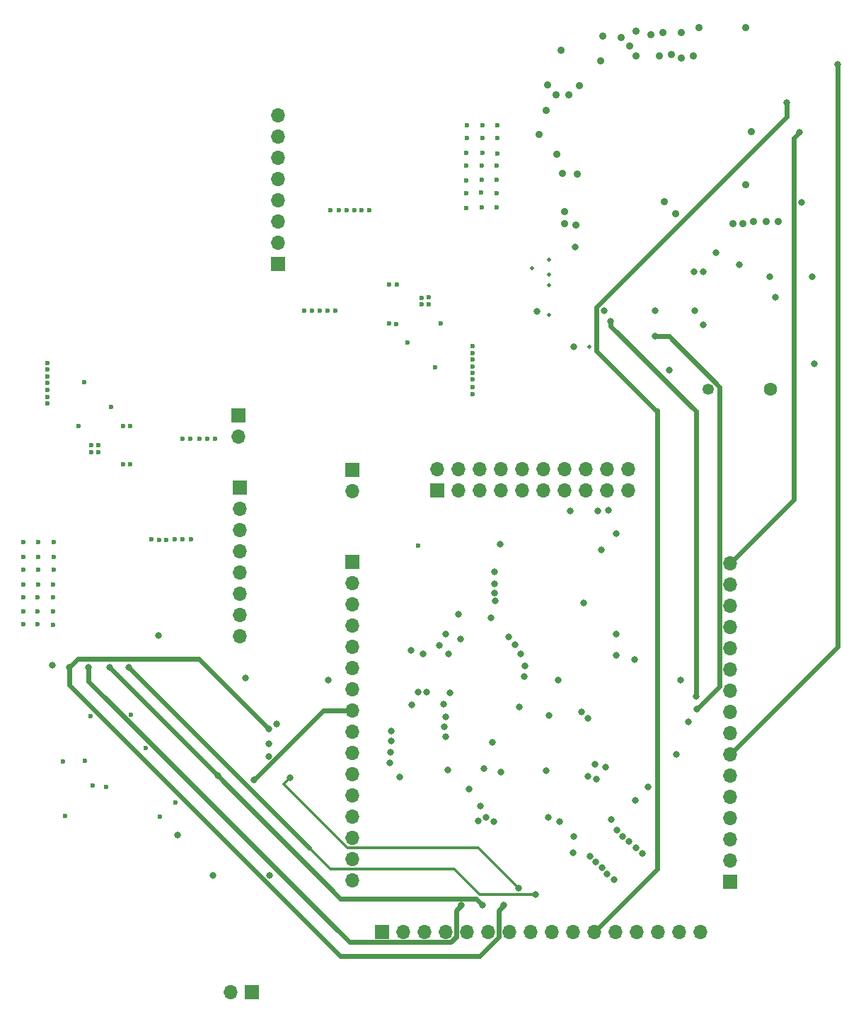
<source format=gbr>
G04 #@! TF.GenerationSoftware,KiCad,Pcbnew,5.0.2-bee76a0~70~ubuntu18.04.1*
G04 #@! TF.CreationDate,2019-04-16T21:06:36-07:00*
G04 #@! TF.ProjectId,habiv-board,68616269-762d-4626-9f61-72642e6b6963,rev?*
G04 #@! TF.SameCoordinates,Original*
G04 #@! TF.FileFunction,Copper,L3,Inr*
G04 #@! TF.FilePolarity,Positive*
%FSLAX46Y46*%
G04 Gerber Fmt 4.6, Leading zero omitted, Abs format (unit mm)*
G04 Created by KiCad (PCBNEW 5.0.2-bee76a0~70~ubuntu18.04.1) date Tue 16 Apr 2019 09:06:36 PM PDT*
%MOMM*%
%LPD*%
G01*
G04 APERTURE LIST*
G04 #@! TA.AperFunction,ViaPad*
%ADD10R,1.700000X1.700000*%
G04 #@! TD*
G04 #@! TA.AperFunction,ViaPad*
%ADD11O,1.700000X1.700000*%
G04 #@! TD*
G04 #@! TA.AperFunction,WasherPad*
%ADD12C,1.600000*%
G04 #@! TD*
G04 #@! TA.AperFunction,WasherPad*
%ADD13C,1.350000*%
G04 #@! TD*
G04 #@! TA.AperFunction,ViaPad*
%ADD14C,0.800000*%
G04 #@! TD*
G04 #@! TA.AperFunction,ViaPad*
%ADD15C,0.600000*%
G04 #@! TD*
G04 #@! TA.AperFunction,ViaPad*
%ADD16C,0.906400*%
G04 #@! TD*
G04 #@! TA.AperFunction,ViaPad*
%ADD17C,0.500000*%
G04 #@! TD*
G04 #@! TA.AperFunction,Conductor*
%ADD18C,0.600000*%
G04 #@! TD*
G04 #@! TA.AperFunction,Conductor*
%ADD19C,0.300000*%
G04 #@! TD*
G04 APERTURE END LIST*
D10*
G04 #@! TO.N,Net-(J2-Pad1)*
G04 #@! TO.C,J2*
X132418247Y-65931568D03*
D11*
X132418247Y-63391568D03*
G04 #@! TO.N,PB4*
X134958247Y-65931568D03*
G04 #@! TO.N,GND*
X134958247Y-63391568D03*
G04 #@! TO.N,PA15*
X137498247Y-65931568D03*
G04 #@! TO.N,GND*
X137498247Y-63391568D03*
G04 #@! TO.N,PA13*
X140038247Y-65931568D03*
G04 #@! TO.N,GND*
X140038247Y-63391568D03*
G04 #@! TO.N,PA14*
X142578247Y-65931568D03*
G04 #@! TO.N,GND*
X142578247Y-63391568D03*
G04 #@! TO.N,Net-(10k2-Pad2)*
X145118247Y-65931568D03*
G04 #@! TO.N,GND*
X145118247Y-63391568D03*
G04 #@! TO.N,PB3*
X147658247Y-65931568D03*
G04 #@! TO.N,GND*
X147658247Y-63391568D03*
G04 #@! TO.N,RST*
X150198247Y-65931568D03*
G04 #@! TO.N,GND*
X150198247Y-63391568D03*
G04 #@! TO.N,Net-(10k4-Pad2)*
X152738247Y-65931568D03*
G04 #@! TO.N,GND*
X152738247Y-63391568D03*
G04 #@! TO.N,Net-(10k3-Pad2)*
X155278247Y-65931568D03*
G04 #@! TO.N,GND*
X155278247Y-63391568D03*
G04 #@! TD*
D10*
G04 #@! TO.N,PA0*
G04 #@! TO.C,J4*
X125829487Y-118758488D03*
D11*
G04 #@! TO.N,PA1*
X128369487Y-118758488D03*
G04 #@! TO.N,PA2*
X130909487Y-118758488D03*
G04 #@! TO.N,PA3*
X133449487Y-118758488D03*
G04 #@! TO.N,PA4*
X135989487Y-118758488D03*
G04 #@! TO.N,PA5*
X138529487Y-118758488D03*
G04 #@! TO.N,PA6*
X141069487Y-118758488D03*
G04 #@! TO.N,PA7*
X143609487Y-118758488D03*
G04 #@! TO.N,PA8*
X146149487Y-118758488D03*
G04 #@! TO.N,PA9*
X148689487Y-118758488D03*
G04 #@! TO.N,PA10*
X151229487Y-118758488D03*
G04 #@! TO.N,PA11*
X153769487Y-118758488D03*
G04 #@! TO.N,PA12*
X156309487Y-118758488D03*
G04 #@! TO.N,PA13*
X158849487Y-118758488D03*
G04 #@! TO.N,PA14*
X161389487Y-118758488D03*
G04 #@! TO.N,PA15*
X163929487Y-118758488D03*
G04 #@! TD*
G04 #@! TO.N,+3V3*
G04 #@! TO.C,J5*
X122293807Y-66033168D03*
D10*
G04 #@! TO.N,GND*
X122293807Y-63493168D03*
G04 #@! TD*
G04 #@! TO.N,PB0*
G04 #@! TO.C,J6*
X167500727Y-112774248D03*
D11*
G04 #@! TO.N,PB1*
X167500727Y-110234248D03*
G04 #@! TO.N,PB2*
X167500727Y-107694248D03*
G04 #@! TO.N,PB3*
X167500727Y-105154248D03*
G04 #@! TO.N,PB4*
X167500727Y-102614248D03*
G04 #@! TO.N,PB5*
X167500727Y-100074248D03*
G04 #@! TO.N,PB6*
X167500727Y-97534248D03*
G04 #@! TO.N,PB7*
X167500727Y-94994248D03*
G04 #@! TO.N,PB8*
X167500727Y-92454248D03*
G04 #@! TO.N,PB9*
X167500727Y-89914248D03*
G04 #@! TO.N,PB10*
X167500727Y-87374248D03*
G04 #@! TO.N,PB11*
X167500727Y-84834248D03*
G04 #@! TO.N,PB12*
X167500727Y-82294248D03*
G04 #@! TO.N,PB13*
X167500727Y-79754248D03*
G04 #@! TO.N,PB14*
X167500727Y-77214248D03*
G04 #@! TO.N,PB15*
X167500727Y-74674248D03*
G04 #@! TD*
G04 #@! TO.N,PD2*
G04 #@! TO.C,J7*
X122278567Y-112581208D03*
G04 #@! TO.N,N/C*
X122278567Y-110041208D03*
G04 #@! TO.N,PC13*
X122278567Y-107501208D03*
G04 #@! TO.N,PC12*
X122278567Y-104961208D03*
G04 #@! TO.N,PC11*
X122278567Y-102421208D03*
G04 #@! TO.N,PC10*
X122278567Y-99881208D03*
G04 #@! TO.N,PC9*
X122278567Y-97341208D03*
G04 #@! TO.N,PC8*
X122278567Y-94801208D03*
G04 #@! TO.N,PC7*
X122278567Y-92261208D03*
G04 #@! TO.N,PC6*
X122278567Y-89721208D03*
G04 #@! TO.N,PC5*
X122278567Y-87181208D03*
G04 #@! TO.N,PC4*
X122278567Y-84641208D03*
G04 #@! TO.N,PC3*
X122278567Y-82101208D03*
G04 #@! TO.N,PC2*
X122278567Y-79561208D03*
G04 #@! TO.N,PC1*
X122278567Y-77021208D03*
D10*
G04 #@! TO.N,PC0*
X122278567Y-74481208D03*
G04 #@! TD*
G04 #@! TO.N,Net-(C8-Pad1)*
G04 #@! TO.C,J9*
X108634550Y-56984249D03*
D11*
G04 #@! TO.N,GND*
X108634550Y-59524249D03*
G04 #@! TD*
D10*
G04 #@! TO.N,Net-(J3-Pad1)*
G04 #@! TO.C,J3*
X110226000Y-126024000D03*
D11*
G04 #@! TO.N,Net-(J3-Pad2)*
X107686000Y-126024000D03*
G04 #@! TD*
D12*
G04 #@! TO.N,*
G04 #@! TO.C,B2*
X172336000Y-53812000D03*
D13*
X164886000Y-53812000D03*
G04 #@! TD*
D10*
G04 #@! TO.N,GND*
G04 #@! TO.C,J8*
X113396250Y-38872489D03*
D11*
X113396250Y-36332489D03*
X113396250Y-33792489D03*
X113396250Y-31252489D03*
G04 #@! TO.N,+3V3*
X113396250Y-28712489D03*
X113396250Y-26172489D03*
X113396250Y-23632489D03*
X113396250Y-21092489D03*
G04 #@! TD*
G04 #@! TO.N,+5V*
G04 #@! TO.C,J10*
X108846250Y-83382489D03*
X108846250Y-80842489D03*
X108846250Y-78302489D03*
X108846250Y-75762489D03*
G04 #@! TO.N,GND*
X108846250Y-73222489D03*
X108846250Y-70682489D03*
X108846250Y-68142489D03*
D10*
X108846250Y-65602489D03*
G04 #@! TD*
D14*
G04 #@! TO.N,*
X153841753Y-71148448D03*
X148316767Y-68373448D03*
G04 #@! TO.N,+3V3*
X86360000Y-86868000D03*
X101346000Y-107188000D03*
X109474000Y-88392000D03*
X136270577Y-101660025D03*
X161541767Y-88648448D03*
X145688167Y-105073448D03*
X135241767Y-83723448D03*
X130721231Y-85473361D03*
X133816767Y-85473361D03*
X148776771Y-107394528D03*
X162476767Y-93598448D03*
X153836767Y-85658448D03*
X153276767Y-105308448D03*
D15*
X130136767Y-72558448D03*
X132170190Y-51213369D03*
D14*
X119380000Y-88646000D03*
G04 #@! TO.N,GND*
X176022000Y-31496000D03*
X177546000Y-50800000D03*
X177292000Y-40386000D03*
X148944000Y-36868000D03*
X148794000Y-48768000D03*
X144394000Y-44518000D03*
D16*
X163761600Y-10616900D03*
X163040000Y-14002000D03*
X169349600Y-29412900D03*
X171840000Y-33802000D03*
X160967600Y-32841900D03*
X169040000Y-34002000D03*
X147640000Y-34002000D03*
X149040000Y-34202000D03*
X159040000Y-14002000D03*
X156240000Y-11002000D03*
X170240000Y-33802000D03*
X159440000Y-11202000D03*
X154440000Y-11802000D03*
X147640000Y-32602000D03*
X173240000Y-33802000D03*
X161640000Y-11202000D03*
X155440000Y-12802000D03*
X148140600Y-18617900D03*
X149410600Y-17538400D03*
X145600600Y-17474900D03*
X149156600Y-28142900D03*
X146743600Y-25729900D03*
X147378600Y-28015900D03*
X145473600Y-20522900D03*
X144584600Y-23380400D03*
X146616600Y-18617900D03*
X147251600Y-13283900D03*
X151950600Y-14553900D03*
X158040000Y-11402000D03*
X152240000Y-11602000D03*
X167840000Y-34002000D03*
D14*
X147116767Y-105548448D03*
X153841767Y-83148448D03*
X149991767Y-79423448D03*
X139291767Y-75648434D03*
X134966781Y-80748448D03*
X132658443Y-84483577D03*
X133466769Y-83148448D03*
X129316768Y-85048448D03*
X145816765Y-92848448D03*
X140016767Y-99648448D03*
X138016767Y-99248448D03*
X142262661Y-91877554D03*
X139016618Y-96073618D03*
X129391767Y-91623448D03*
X148656767Y-109298448D03*
X145427946Y-99486315D03*
X156036767Y-86208448D03*
X127906767Y-100248448D03*
D15*
X105843090Y-59798569D03*
X104933770Y-59813809D03*
X103943170Y-59798569D03*
X102886530Y-59798569D03*
X101926410Y-59798569D03*
X102947490Y-71822929D03*
X101931490Y-71822929D03*
X100981530Y-71833089D03*
X100036650Y-71843249D03*
X99127330Y-71843249D03*
X98223090Y-71833089D03*
X82876410Y-81993089D03*
X84578210Y-81993089D03*
X86478130Y-82008329D03*
X86462890Y-80453849D03*
X84593450Y-80453849D03*
X82861170Y-80453849D03*
X82876410Y-78716489D03*
X84623930Y-78736809D03*
X86478130Y-78701249D03*
X86493370Y-77207729D03*
X84669650Y-77222969D03*
X82891650Y-77207729D03*
X82911970Y-75399249D03*
X84669650Y-75419569D03*
X86523850Y-75419569D03*
X86523850Y-73920969D03*
X84684890Y-73905729D03*
X82927210Y-73905729D03*
X82911970Y-72117569D03*
X84669650Y-72117569D03*
X86523850Y-72132809D03*
X91852770Y-60504689D03*
X91019650Y-60494529D03*
X91009490Y-61373369D03*
X91852770Y-61388609D03*
X85807570Y-55561849D03*
X85782170Y-54754129D03*
X85772010Y-53900689D03*
X85772010Y-53098049D03*
X85761850Y-52295409D03*
X85761850Y-51513089D03*
X85761850Y-50674889D03*
X119640370Y-32447849D03*
X120691930Y-32442769D03*
X121611410Y-32437689D03*
X122546130Y-32437689D03*
X123343690Y-32432609D03*
X124263170Y-32463089D03*
X116506010Y-44436649D03*
X117420410Y-44416329D03*
X118350050Y-44441729D03*
X119330490Y-44441729D03*
X120275370Y-44441729D03*
X139604770Y-22277689D03*
X137867410Y-22257369D03*
X135987810Y-22257369D03*
X135967490Y-23811849D03*
X137806450Y-23811849D03*
X139584450Y-23811849D03*
X139584450Y-25610169D03*
X137826770Y-25589849D03*
X135926850Y-25589849D03*
X135886210Y-27057969D03*
X137765810Y-27057969D03*
X139543810Y-27078289D03*
X139543810Y-28815649D03*
X137765810Y-28795329D03*
X135865890Y-28856289D03*
X135865890Y-30370129D03*
X137704850Y-30329489D03*
X139564130Y-30370129D03*
X139564130Y-32087169D03*
X137745490Y-32127809D03*
X135865890Y-32148129D03*
X136658370Y-48708929D03*
X136668530Y-49521729D03*
X136658370Y-50298969D03*
X136658370Y-51096529D03*
X136668530Y-51914409D03*
X136668530Y-52701809D03*
X136658370Y-53565409D03*
X136658370Y-54454409D03*
X131420890Y-43720369D03*
X131420890Y-42866929D03*
X130608090Y-42887249D03*
X130608090Y-43720369D03*
D14*
X172212000Y-40386000D03*
X99060000Y-83312000D03*
G04 #@! TO.N,PA5*
X90678000Y-87122000D03*
X133416791Y-93073448D03*
X135340999Y-115570000D03*
X113196020Y-93874091D03*
G04 #@! TO.N,PA7*
X112268000Y-94488000D03*
X88392000Y-87122000D03*
X133445802Y-95395939D03*
X140420999Y-115570000D03*
G04 #@! TO.N,PA6*
X112268000Y-96266000D03*
X93218000Y-87122000D03*
X133316767Y-94248448D03*
X137880999Y-115570000D03*
X106172000Y-100076000D03*
G04 #@! TO.N,PA8*
X112268000Y-97790000D03*
X142188167Y-113538000D03*
X114808000Y-100330000D03*
D16*
G04 #@! TO.N,3.3V*
X169349600Y-10616900D03*
X156240000Y-14002000D03*
X161640000Y-14202000D03*
G04 #@! TO.N,/1PPS*
X160440000Y-13802000D03*
G04 #@! TO.N,/FIX*
X170040000Y-23002000D03*
X159640000Y-31402000D03*
D14*
G04 #@! TO.N,Net-(C1-Pad1)*
X164256000Y-46142000D03*
X164256000Y-39792000D03*
G04 #@! TO.N,VCC*
X168556000Y-38976990D03*
X165806000Y-37542000D03*
G04 #@! TO.N,Net-(B2-Pad2)*
X160186000Y-51562000D03*
X172906000Y-42837000D03*
G04 #@! TO.N,Net-(IC1-Pad8)*
X163206000Y-39792000D03*
X163256000Y-44442000D03*
G04 #@! TO.N,PB9*
X153162000Y-45720000D03*
X163376767Y-90598446D03*
X149708807Y-92486758D03*
G04 #@! TO.N,PB8*
X158496000Y-47498000D03*
X152400000Y-44450000D03*
X158496000Y-44450000D03*
X163496767Y-92128448D03*
X150436767Y-93238448D03*
G04 #@! TO.N,RST*
X142852917Y-88198448D03*
G04 #@! TO.N,PB4*
X152091788Y-73084937D03*
X157650591Y-101430608D03*
G04 #@! TO.N,PB3*
X151641777Y-68408207D03*
X156136767Y-103028448D03*
G04 #@! TO.N,PA1*
X130116767Y-90123448D03*
G04 #@! TO.N,PA2*
X131141767Y-90073448D03*
G04 #@! TO.N,PA3*
X133966610Y-90148616D03*
G04 #@! TO.N,PA4*
X133191588Y-91500330D03*
G04 #@! TO.N,PA9*
X95504000Y-87122000D03*
X144230999Y-114300000D03*
G04 #@! TO.N,PA10*
X174244000Y-19558000D03*
G04 #@! TO.N,PB0*
X126891757Y-94723444D03*
G04 #@! TO.N,PB1*
X126891757Y-95899894D03*
G04 #@! TO.N,PB2*
X126866744Y-97273471D03*
G04 #@! TO.N,PB6*
X180340000Y-14986000D03*
X161036000Y-97534248D03*
G04 #@! TO.N,PB10*
X126791767Y-98548448D03*
G04 #@! TO.N,PB12*
X137581900Y-103728700D03*
X152791278Y-111850349D03*
X156186767Y-108718448D03*
G04 #@! TO.N,PB13*
X137367989Y-105469454D03*
X152145954Y-111086425D03*
X155406767Y-107978448D03*
G04 #@! TO.N,PB14*
X138290846Y-105084281D03*
X151431191Y-110387041D03*
X154640417Y-107336006D03*
G04 #@! TO.N,PB15*
X175768000Y-23114000D03*
X139166769Y-105573448D03*
X150698056Y-109706940D03*
X153971560Y-106592599D03*
G04 #@! TO.N,PC0*
X139291767Y-77148432D03*
X142891767Y-86948448D03*
G04 #@! TO.N,PC1*
X139303320Y-78199176D03*
X142416767Y-85548448D03*
G04 #@! TO.N,PC2*
X139341767Y-79198448D03*
X141741767Y-84448448D03*
G04 #@! TO.N,PC3*
X138841767Y-81173448D03*
X140966767Y-83473448D03*
G04 #@! TO.N,PC7*
X110490000Y-100584000D03*
G04 #@! TO.N,PC10*
X150486209Y-100182571D03*
G04 #@! TO.N,PC11*
X151438806Y-100486844D03*
G04 #@! TO.N,PC12*
X151316767Y-98708448D03*
G04 #@! TO.N,PC13*
X146891767Y-88623448D03*
G04 #@! TO.N,PD2*
X152556706Y-99060574D03*
G04 #@! TO.N,PB11*
X133703471Y-99368146D03*
X153556766Y-112548448D03*
X156976767Y-109368448D03*
G04 #@! TO.N,Net-(10k4-Pad2)*
X152908000Y-68326000D03*
X139954000Y-72390000D03*
D15*
G04 #@! TO.N,Net-(C8-Pad1)*
X128908830Y-48241569D03*
X132835670Y-46001289D03*
X93409790Y-55998729D03*
X89482950Y-58239009D03*
G04 #@! TO.N,Net-(C13-Pad1)*
X126650770Y-41299749D03*
X126650770Y-45991129D03*
X127565170Y-41337849D03*
X127542310Y-46047009D03*
G04 #@! TO.N,Net-(C14-Pad1)*
X94819490Y-62856729D03*
X95665310Y-62844029D03*
X95665310Y-58249169D03*
X94816950Y-58239009D03*
G04 #@! TO.N,+5V*
X90153510Y-52991369D03*
G04 #@! TO.N,Net-(J1-Pad2)*
X95736000Y-92812000D03*
X101136000Y-103312000D03*
X87886000Y-104912000D03*
X99236000Y-104962000D03*
G04 #@! TO.N,Net-(J1-Pad4)*
X90286000Y-98312000D03*
X87636000Y-98362000D03*
G04 #@! TO.N,Net-(J1-Pad5)*
X91236000Y-101262000D03*
X90936000Y-92962000D03*
G04 #@! TO.N,Net-(J1-Pad7)*
X97536000Y-96812000D03*
X92836000Y-101462000D03*
D14*
G04 #@! TO.N,Net-(R19-Pad2)*
X105596000Y-111974000D03*
X112346000Y-112024000D03*
D17*
G04 #@! TO.N,Net-(C12-Pad1)*
X145796000Y-41402000D03*
X145796000Y-44958000D03*
G04 #@! TO.N,Net-(C19-Pad2)*
X145796000Y-38354000D03*
X145796000Y-40132000D03*
G04 #@! TO.N,Net-(R33-Pad1)*
X143764000Y-39370000D03*
X150622000Y-48768000D03*
G04 #@! TD*
D18*
G04 #@! TO.N,PA5*
X90678000Y-87687685D02*
X90678000Y-87122000D01*
X90678000Y-88790002D02*
X90678000Y-87687685D01*
X121896487Y-120008489D02*
X90678000Y-88790002D01*
X134049488Y-120008489D02*
X121896487Y-120008489D01*
X134699488Y-119358489D02*
X134049488Y-120008489D01*
X134699488Y-116211511D02*
X134699488Y-119358489D01*
X135340999Y-115570000D02*
X134699488Y-116211511D01*
G04 #@! TO.N,PA7*
X139779488Y-119358489D02*
X137471977Y-121666000D01*
X140420999Y-115570000D02*
X139779488Y-116211511D01*
X139779488Y-116211511D02*
X139779488Y-119358489D01*
X88392000Y-87687685D02*
X88392000Y-87122000D01*
X88392000Y-89254002D02*
X88392000Y-87687685D01*
X120803998Y-121666000D02*
X88392000Y-89254002D01*
X137471977Y-121666000D02*
X120803998Y-121666000D01*
X88791999Y-86722001D02*
X88392000Y-87122000D01*
X103901999Y-86121999D02*
X89392001Y-86121999D01*
X89392001Y-86121999D02*
X88791999Y-86722001D01*
X112268000Y-94488000D02*
X103901999Y-86121999D01*
G04 #@! TO.N,PA6*
X120865999Y-114769999D02*
X106172000Y-100076000D01*
X137080998Y-114769999D02*
X120865999Y-114769999D01*
X93617999Y-87521999D02*
X93218000Y-87122000D01*
X137880999Y-115570000D02*
X137080998Y-114769999D01*
X106172000Y-100076000D02*
X93617999Y-87521999D01*
D19*
G04 #@! TO.N,PA8*
X114046000Y-101092000D02*
X114808000Y-100330000D01*
X121655209Y-108701209D02*
X114046000Y-101092000D01*
X142188167Y-113538000D02*
X137351376Y-108701209D01*
X137351376Y-108701209D02*
X121655209Y-108701209D01*
D18*
G04 #@! TO.N,PB9*
X163376767Y-90032761D02*
X163376767Y-90598446D01*
X163376767Y-56500452D02*
X163376767Y-90032761D01*
X153162000Y-46285685D02*
X163376767Y-56500452D01*
X153162000Y-45720000D02*
X153162000Y-46285685D01*
G04 #@! TO.N,PB8*
X160163002Y-47498000D02*
X159061685Y-47498000D01*
X166250726Y-53585724D02*
X160163002Y-47498000D01*
X166250726Y-89374489D02*
X166250726Y-53585724D01*
X159061685Y-47498000D02*
X158496000Y-47498000D01*
X163496767Y-92128448D02*
X166250726Y-89374489D01*
G04 #@! TO.N,PA9*
X95903999Y-87521999D02*
X95504000Y-87122000D01*
X117133209Y-108751209D02*
X108966000Y-100584000D01*
X108966000Y-100584000D02*
X95903999Y-87521999D01*
D19*
X134471460Y-111241209D02*
X119623209Y-111241209D01*
X144230999Y-114300000D02*
X137530251Y-114300000D01*
X137530251Y-114300000D02*
X134471460Y-111241209D01*
X119623209Y-111241209D02*
X117133209Y-108751209D01*
D18*
G04 #@! TO.N,PA10*
X152079486Y-117908489D02*
X151229487Y-118758488D01*
X158750000Y-111237975D02*
X152079486Y-117908489D01*
X174244000Y-21273998D02*
X174244000Y-19558000D01*
X158750000Y-56388000D02*
X158750000Y-111237975D01*
X158750000Y-56388000D02*
X158632000Y-56388000D01*
X158632000Y-56388000D02*
X151499999Y-49255999D01*
X151499999Y-49255999D02*
X151499999Y-44017999D01*
X151499999Y-44017999D02*
X174244000Y-21273998D01*
G04 #@! TO.N,PB6*
X180340000Y-84694975D02*
X180340000Y-14986000D01*
X167500727Y-97534248D02*
X180340000Y-84694975D01*
G04 #@! TO.N,PB15*
X168350726Y-73824249D02*
X167500727Y-74674248D01*
X175121999Y-67052976D02*
X168350726Y-73824249D01*
X175121999Y-23760001D02*
X175121999Y-67052976D01*
X175768000Y-23114000D02*
X175121999Y-23760001D01*
G04 #@! TO.N,PC7*
X118812792Y-92261208D02*
X122278567Y-92261208D01*
X110490000Y-100584000D02*
X118812792Y-92261208D01*
G04 #@! TD*
M02*

</source>
